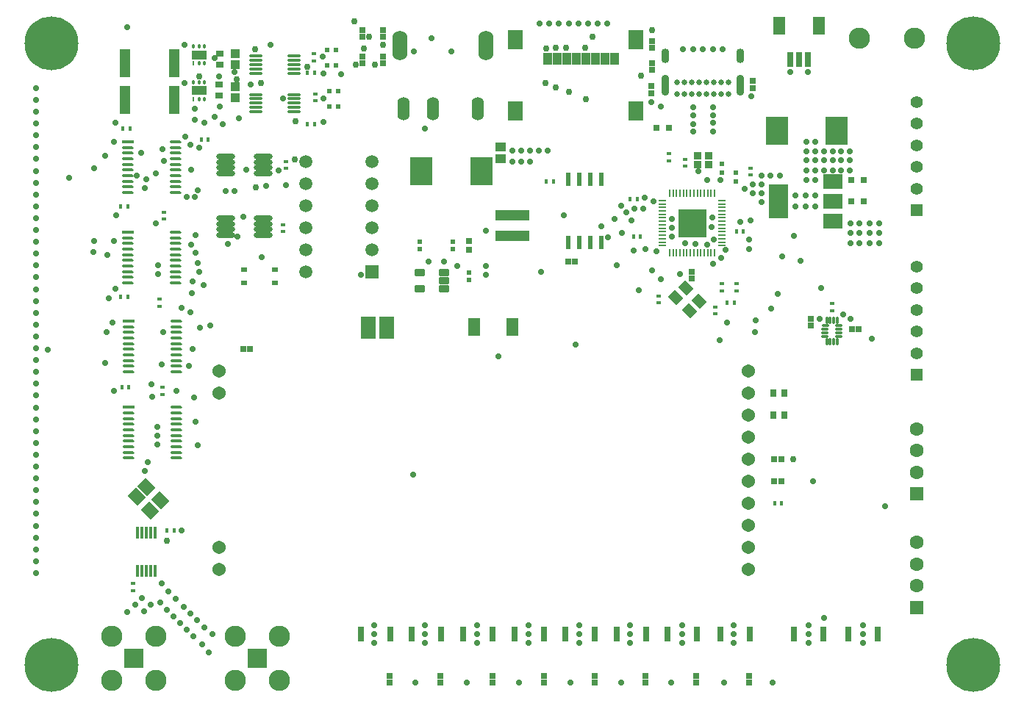
<source format=gts>
G04*
G04 #@! TF.GenerationSoftware,Altium Limited,Altium Designer,25.4.2 (15)*
G04*
G04 Layer_Color=8388736*
%FSLAX44Y44*%
%MOMM*%
G71*
G04*
G04 #@! TF.SameCoordinates,F718CCC6-B2C0-4064-A14D-7761564938EA*
G04*
G04*
G04 #@! TF.FilePolarity,Negative*
G04*
G01*
G75*
%ADD21R,0.8000X0.5000*%
%ADD22R,0.8121X0.7587*%
%ADD26R,0.7587X0.8121*%
%ADD29R,0.4000X0.5000*%
%ADD30R,0.5000X0.4000*%
%ADD34R,1.4000X2.1000*%
%ADD35R,0.6725X0.7154*%
%ADD36R,1.7029X2.6062*%
%ADD37R,0.5725X0.5682*%
%ADD38R,0.5725X0.6153*%
%ADD41R,2.5000X3.3000*%
%ADD42R,1.1546X3.2082*%
%ADD43R,0.5000X0.5000*%
%ADD44R,0.8000X1.7000*%
G04:AMPARAMS|DCode=46|XSize=1.3554mm|YSize=0.3408mm|CornerRadius=0.1704mm|HoleSize=0mm|Usage=FLASHONLY|Rotation=0.000|XOffset=0mm|YOffset=0mm|HoleType=Round|Shape=RoundedRectangle|*
%AMROUNDEDRECTD46*
21,1,1.3554,0.0000,0,0,0.0*
21,1,1.0147,0.3408,0,0,0.0*
1,1,0.3408,0.5073,0.0000*
1,1,0.3408,-0.5073,0.0000*
1,1,0.3408,-0.5073,0.0000*
1,1,0.3408,0.5073,0.0000*
%
%ADD46ROUNDEDRECTD46*%
%ADD47R,1.3554X0.3408*%
%ADD48R,0.4750X0.5000*%
G04:AMPARAMS|DCode=49|XSize=0.5561mm|YSize=0.2925mm|CornerRadius=0.1462mm|HoleSize=0mm|Usage=FLASHONLY|Rotation=90.000|XOffset=0mm|YOffset=0mm|HoleType=Round|Shape=RoundedRectangle|*
%AMROUNDEDRECTD49*
21,1,0.5561,0.0000,0,0,90.0*
21,1,0.2636,0.2925,0,0,90.0*
1,1,0.2925,0.0000,0.1318*
1,1,0.2925,0.0000,-0.1318*
1,1,0.2925,0.0000,-0.1318*
1,1,0.2925,0.0000,0.1318*
%
%ADD49ROUNDEDRECTD49*%
%ADD50R,0.2925X0.5561*%
G04:AMPARAMS|DCode=51|XSize=1.45mm|YSize=0.3mm|CornerRadius=0.0495mm|HoleSize=0mm|Usage=FLASHONLY|Rotation=0.000|XOffset=0mm|YOffset=0mm|HoleType=Round|Shape=RoundedRectangle|*
%AMROUNDEDRECTD51*
21,1,1.4500,0.2010,0,0,0.0*
21,1,1.3510,0.3000,0,0,0.0*
1,1,0.0990,0.6755,-0.1005*
1,1,0.0990,-0.6755,-0.1005*
1,1,0.0990,-0.6755,0.1005*
1,1,0.0990,0.6755,0.1005*
%
%ADD51ROUNDEDRECTD51*%
%ADD60R,0.1778X0.8128*%
%ADD61R,0.8128X0.1778*%
%ADD62R,0.3000X1.4000*%
%ADD65R,0.7000X0.7000*%
G04:AMPARAMS|DCode=66|XSize=1.1mm|YSize=1.4mm|CornerRadius=0mm|HoleSize=0mm|Usage=FLASHONLY|Rotation=225.000|XOffset=0mm|YOffset=0mm|HoleType=Round|Shape=Rectangle|*
%AMROTATEDRECTD66*
4,1,4,-0.1061,0.8839,0.8839,-0.1061,0.1061,-0.8839,-0.8839,0.1061,-0.1061,0.8839,0.0*
%
%ADD66ROTATEDRECTD66*%

%ADD67R,0.5334X1.5240*%
%ADD68R,0.7532X0.8032*%
%ADD69R,1.4032X2.0032*%
%ADD70R,0.8032X1.7532*%
%ADD71R,0.6532X0.7032*%
%ADD72R,0.7032X0.6532*%
%ADD73R,3.9032X1.1832*%
%ADD74R,0.8532X0.8532*%
%ADD75R,0.6532X0.6532*%
%ADD76R,1.2032X1.1032*%
%ADD77R,1.1032X1.0032*%
%ADD78O,2.2032X0.6532*%
%ADD79R,1.7000X1.1000*%
%ADD80R,2.2032X4.0032*%
%ADD81R,2.2032X1.7032*%
G04:AMPARAMS|DCode=82|XSize=0.8032mm|YSize=1.2032mm|CornerRadius=0.1526mm|HoleSize=0mm|Usage=FLASHONLY|Rotation=270.000|XOffset=0mm|YOffset=0mm|HoleType=Round|Shape=RoundedRectangle|*
%AMROUNDEDRECTD82*
21,1,0.8032,0.8980,0,0,270.0*
21,1,0.4980,1.2032,0,0,270.0*
1,1,0.3052,-0.4490,-0.2490*
1,1,0.3052,-0.4490,0.2490*
1,1,0.3052,0.4490,0.2490*
1,1,0.3052,0.4490,-0.2490*
%
%ADD82ROUNDEDRECTD82*%
G04:AMPARAMS|DCode=83|XSize=0.4032mm|YSize=0.9032mm|CornerRadius=0.1516mm|HoleSize=0mm|Usage=FLASHONLY|Rotation=90.000|XOffset=0mm|YOffset=0mm|HoleType=Round|Shape=RoundedRectangle|*
%AMROUNDEDRECTD83*
21,1,0.4032,0.6000,0,0,90.0*
21,1,0.1000,0.9032,0,0,90.0*
1,1,0.3032,0.3000,0.0500*
1,1,0.3032,0.3000,-0.0500*
1,1,0.3032,-0.3000,-0.0500*
1,1,0.3032,-0.3000,0.0500*
%
%ADD83ROUNDEDRECTD83*%
G04:AMPARAMS|DCode=84|XSize=0.4032mm|YSize=0.8032mm|CornerRadius=0.1516mm|HoleSize=0mm|Usage=FLASHONLY|Rotation=90.000|XOffset=0mm|YOffset=0mm|HoleType=Round|Shape=RoundedRectangle|*
%AMROUNDEDRECTD84*
21,1,0.4032,0.5000,0,0,90.0*
21,1,0.1000,0.8032,0,0,90.0*
1,1,0.3032,0.2500,0.0500*
1,1,0.3032,0.2500,-0.0500*
1,1,0.3032,-0.2500,-0.0500*
1,1,0.3032,-0.2500,0.0500*
%
%ADD84ROUNDEDRECTD84*%
G04:AMPARAMS|DCode=85|XSize=0.4032mm|YSize=0.8032mm|CornerRadius=0.1516mm|HoleSize=0mm|Usage=FLASHONLY|Rotation=0.000|XOffset=0mm|YOffset=0mm|HoleType=Round|Shape=RoundedRectangle|*
%AMROUNDEDRECTD85*
21,1,0.4032,0.5000,0,0,0.0*
21,1,0.1000,0.8032,0,0,0.0*
1,1,0.3032,0.0500,-0.2500*
1,1,0.3032,-0.0500,-0.2500*
1,1,0.3032,-0.0500,0.2500*
1,1,0.3032,0.0500,0.2500*
%
%ADD85ROUNDEDRECTD85*%
%ADD86R,1.0032X1.4032*%
%ADD87R,1.7032X2.2032*%
%ADD88R,3.2004X3.2004*%
G04:AMPARAMS|DCode=89|XSize=1.4032mm|YSize=1.6032mm|CornerRadius=0mm|HoleSize=0mm|Usage=FLASHONLY|Rotation=225.000|XOffset=0mm|YOffset=0mm|HoleType=Round|Shape=Rectangle|*
%AMROTATEDRECTD89*
4,1,4,-0.0707,1.0629,1.0629,-0.0707,0.0707,-1.0629,-1.0629,0.0707,-0.0707,1.0629,0.0*
%
%ADD89ROTATEDRECTD89*%

%ADD90R,0.8032X0.7532*%
%ADD91C,1.4000*%
%ADD92R,1.4000X1.4000*%
%ADD93C,1.6032*%
%ADD94R,1.6032X1.6032*%
%ADD95C,0.6500*%
G04:AMPARAMS|DCode=96|XSize=0.9mm|YSize=2.4mm|CornerRadius=0.45mm|HoleSize=0mm|Usage=FLASHONLY|Rotation=180.000|XOffset=0mm|YOffset=0mm|HoleType=Round|Shape=RoundedRectangle|*
%AMROUNDEDRECTD96*
21,1,0.9000,1.5000,0,0,180.0*
21,1,0.0000,2.4000,0,0,180.0*
1,1,0.9000,0.0000,0.7500*
1,1,0.9000,0.0000,0.7500*
1,1,0.9000,0.0000,-0.7500*
1,1,0.9000,0.0000,-0.7500*
%
%ADD96ROUNDEDRECTD96*%
G04:AMPARAMS|DCode=97|XSize=0.9mm|YSize=1.7mm|CornerRadius=0.45mm|HoleSize=0mm|Usage=FLASHONLY|Rotation=180.000|XOffset=0mm|YOffset=0mm|HoleType=Round|Shape=RoundedRectangle|*
%AMROUNDEDRECTD97*
21,1,0.9000,0.8000,0,0,180.0*
21,1,0.0000,1.7000,0,0,180.0*
1,1,0.9000,0.0000,0.4000*
1,1,0.9000,0.0000,0.4000*
1,1,0.9000,0.0000,-0.4000*
1,1,0.9000,0.0000,-0.4000*
%
%ADD97ROUNDEDRECTD97*%
%ADD98O,1.4080X2.7160*%
%ADD99O,1.7600X3.4200*%
%ADD100C,2.4500*%
%ADD101R,2.3000X2.3000*%
%ADD102C,6.2032*%
%ADD103C,1.5112*%
%ADD104R,1.5112X1.5112*%
%ADD105C,1.5402*%
%ADD106C,0.7032*%
%ADD107C,0.7532*%
D21*
X290830Y488830D02*
D03*
Y473830D02*
D03*
X255270Y488830D02*
D03*
Y473830D02*
D03*
D22*
X227330Y737787D02*
D03*
Y725253D02*
D03*
X226060Y702227D02*
D03*
Y689693D02*
D03*
D26*
X877487Y321310D02*
D03*
X864953D02*
D03*
X877487Y346710D02*
D03*
X864953D02*
D03*
D29*
X174180Y187960D02*
D03*
X166180D02*
D03*
X115380Y651510D02*
D03*
X123380D02*
D03*
X114110Y353060D02*
D03*
X122110D02*
D03*
X213550Y638810D02*
D03*
X205550D02*
D03*
X336211Y715368D02*
D03*
X328211D02*
D03*
X112840Y561340D02*
D03*
X120840D02*
D03*
X112840Y457200D02*
D03*
X120840D02*
D03*
X336211Y656206D02*
D03*
X328211D02*
D03*
X811340Y450838D02*
D03*
X819340D02*
D03*
X822166Y532544D02*
D03*
X830166D02*
D03*
X707580Y570230D02*
D03*
X699580D02*
D03*
X711390Y527050D02*
D03*
X703390D02*
D03*
X873950Y219710D02*
D03*
X865950D02*
D03*
X611060Y590550D02*
D03*
X603060D02*
D03*
D30*
X127000Y119190D02*
D03*
Y127190D02*
D03*
X797560Y445960D02*
D03*
Y437960D02*
D03*
X732350Y458480D02*
D03*
Y450481D02*
D03*
X932180Y449770D02*
D03*
Y441770D02*
D03*
X162560Y555180D02*
D03*
Y547180D02*
D03*
X335748Y729383D02*
D03*
Y737383D02*
D03*
X161290Y353250D02*
D03*
Y345250D02*
D03*
X303530Y605600D02*
D03*
Y613600D02*
D03*
X300260Y532858D02*
D03*
Y540858D02*
D03*
X157480Y454850D02*
D03*
Y446850D02*
D03*
X337018Y683292D02*
D03*
Y691292D02*
D03*
X838200Y597980D02*
D03*
Y605980D02*
D03*
X744728Y614490D02*
D03*
Y622490D02*
D03*
X763182Y608140D02*
D03*
Y616140D02*
D03*
X805180Y472630D02*
D03*
Y464630D02*
D03*
X822223Y472630D02*
D03*
Y464630D02*
D03*
D34*
X520290Y422910D02*
D03*
X564290D02*
D03*
D35*
X514350Y521676D02*
D03*
Y512104D02*
D03*
D36*
X398434Y421640D02*
D03*
X419446D02*
D03*
D37*
X514350Y485852D02*
D03*
Y476809D02*
D03*
X457200Y521412D02*
D03*
Y512369D02*
D03*
D38*
X495300Y521176D02*
D03*
Y512604D02*
D03*
D41*
X868470Y648970D02*
D03*
X937470D02*
D03*
X459162Y601980D02*
D03*
X528162D02*
D03*
D42*
X174558Y684530D02*
D03*
X117542D02*
D03*
X174558Y726440D02*
D03*
X117542D02*
D03*
D43*
X821690Y590630D02*
D03*
Y600630D02*
D03*
X805185Y610790D02*
D03*
Y600790D02*
D03*
D44*
X837420Y68580D02*
D03*
X803420D02*
D03*
X776460D02*
D03*
X742460D02*
D03*
X718181D02*
D03*
X684181D02*
D03*
X659197D02*
D03*
X625197D02*
D03*
X600212D02*
D03*
X566212D02*
D03*
X541228D02*
D03*
X507228D02*
D03*
X482243D02*
D03*
X448243D02*
D03*
X423259D02*
D03*
X389259D02*
D03*
X950740D02*
D03*
X984740D02*
D03*
X922510D02*
D03*
X888510D02*
D03*
D46*
X177428Y429710D02*
D03*
Y423210D02*
D03*
Y416710D02*
D03*
Y410210D02*
D03*
Y403710D02*
D03*
Y397210D02*
D03*
Y390710D02*
D03*
Y384210D02*
D03*
Y377710D02*
D03*
Y371210D02*
D03*
X121920D02*
D03*
Y377710D02*
D03*
Y384210D02*
D03*
Y390710D02*
D03*
Y397210D02*
D03*
Y403710D02*
D03*
Y410210D02*
D03*
Y416710D02*
D03*
Y423210D02*
D03*
X177428Y330350D02*
D03*
Y323850D02*
D03*
Y317350D02*
D03*
Y310850D02*
D03*
Y304350D02*
D03*
Y297850D02*
D03*
Y291350D02*
D03*
Y284850D02*
D03*
Y278350D02*
D03*
Y271850D02*
D03*
X121920D02*
D03*
Y278350D02*
D03*
Y284850D02*
D03*
Y291350D02*
D03*
Y297850D02*
D03*
Y304350D02*
D03*
Y310850D02*
D03*
Y317350D02*
D03*
Y323850D02*
D03*
X176344Y532170D02*
D03*
Y525670D02*
D03*
Y519170D02*
D03*
Y512670D02*
D03*
Y506170D02*
D03*
Y499670D02*
D03*
Y493170D02*
D03*
Y486670D02*
D03*
Y480170D02*
D03*
Y473670D02*
D03*
X120836D02*
D03*
Y480170D02*
D03*
Y486670D02*
D03*
Y493170D02*
D03*
Y499670D02*
D03*
Y506170D02*
D03*
Y512670D02*
D03*
Y519170D02*
D03*
Y525670D02*
D03*
X176344Y636310D02*
D03*
Y629810D02*
D03*
Y623310D02*
D03*
Y616810D02*
D03*
Y610310D02*
D03*
Y603810D02*
D03*
Y597310D02*
D03*
Y590810D02*
D03*
Y584310D02*
D03*
Y577810D02*
D03*
X120836D02*
D03*
Y584310D02*
D03*
Y590810D02*
D03*
Y597310D02*
D03*
Y603810D02*
D03*
Y610310D02*
D03*
Y616810D02*
D03*
Y623310D02*
D03*
Y629810D02*
D03*
D47*
X121920Y429710D02*
D03*
Y330350D02*
D03*
X120836Y532170D02*
D03*
Y636310D02*
D03*
D48*
X350475Y724638D02*
D03*
X360726D02*
D03*
X350475Y741680D02*
D03*
X360726D02*
D03*
X353014Y676910D02*
D03*
X363265D02*
D03*
X353014Y694690D02*
D03*
X363265D02*
D03*
D49*
X196700Y704850D02*
D03*
X203200D02*
D03*
X209700D02*
D03*
Y685289D02*
D03*
X203200D02*
D03*
X196700Y746001D02*
D03*
X203200D02*
D03*
X209700D02*
D03*
Y726440D02*
D03*
X203200D02*
D03*
D50*
X196700Y685289D02*
D03*
Y726440D02*
D03*
D51*
X312418Y735170D02*
D03*
Y730170D02*
D03*
Y725170D02*
D03*
Y720170D02*
D03*
Y715170D02*
D03*
X268419D02*
D03*
Y720170D02*
D03*
Y725170D02*
D03*
Y730170D02*
D03*
Y735170D02*
D03*
X312418Y690720D02*
D03*
Y685720D02*
D03*
Y680720D02*
D03*
Y675720D02*
D03*
Y670720D02*
D03*
X268419D02*
D03*
Y675720D02*
D03*
Y680720D02*
D03*
Y685720D02*
D03*
Y690720D02*
D03*
D60*
X745050Y576580D02*
D03*
X749050D02*
D03*
X753050D02*
D03*
X757050D02*
D03*
X761050D02*
D03*
X765050D02*
D03*
X769050D02*
D03*
X773050D02*
D03*
X777050D02*
D03*
X781050D02*
D03*
X785050D02*
D03*
X789050D02*
D03*
X793050D02*
D03*
X797050D02*
D03*
Y508508D02*
D03*
X793050D02*
D03*
X789050D02*
D03*
X785050D02*
D03*
X781050D02*
D03*
X777050D02*
D03*
X773050D02*
D03*
X769050D02*
D03*
X765050D02*
D03*
X757050D02*
D03*
X753050D02*
D03*
X749050D02*
D03*
X745050D02*
D03*
X761050D02*
D03*
D61*
X805086Y568544D02*
D03*
Y564544D02*
D03*
Y560544D02*
D03*
Y556544D02*
D03*
Y552544D02*
D03*
Y548544D02*
D03*
Y544544D02*
D03*
Y540544D02*
D03*
Y536544D02*
D03*
Y532544D02*
D03*
Y528544D02*
D03*
Y524544D02*
D03*
Y520544D02*
D03*
Y516544D02*
D03*
X737014D02*
D03*
Y520544D02*
D03*
Y524544D02*
D03*
Y528544D02*
D03*
Y532544D02*
D03*
Y536544D02*
D03*
Y540544D02*
D03*
Y544544D02*
D03*
Y548544D02*
D03*
Y552544D02*
D03*
Y556544D02*
D03*
Y560544D02*
D03*
Y564544D02*
D03*
Y568544D02*
D03*
D62*
X152240Y141830D02*
D03*
X147240D02*
D03*
X142240D02*
D03*
X137240D02*
D03*
X132240D02*
D03*
Y185830D02*
D03*
X137240D02*
D03*
X142240D02*
D03*
X147240D02*
D03*
X152240D02*
D03*
D65*
X744344Y652066D02*
D03*
X730344D02*
D03*
X954390Y567690D02*
D03*
X968390D02*
D03*
X954390Y591820D02*
D03*
X968390D02*
D03*
D66*
X763689Y468095D02*
D03*
X767931Y441225D02*
D03*
X752375Y456781D02*
D03*
X779245Y452539D02*
D03*
D67*
X628650Y519811D02*
D03*
X641350D02*
D03*
X654050D02*
D03*
X666750Y592709D02*
D03*
X654050D02*
D03*
X641350D02*
D03*
X628650D02*
D03*
X666750Y519811D02*
D03*
D68*
X723900Y700210D02*
D03*
Y691710D02*
D03*
X840740Y706560D02*
D03*
Y698060D02*
D03*
D69*
X917080Y769900D02*
D03*
X871080D02*
D03*
D70*
X884080Y731150D02*
D03*
X894080D02*
D03*
X904080D02*
D03*
D71*
X391160Y726500D02*
D03*
Y734000D02*
D03*
Y756980D02*
D03*
Y764480D02*
D03*
X415290Y756980D02*
D03*
Y764480D02*
D03*
Y726500D02*
D03*
Y734000D02*
D03*
X725170Y726380D02*
D03*
Y718880D02*
D03*
X724916Y744788D02*
D03*
Y752288D02*
D03*
X908050Y431740D02*
D03*
Y424240D02*
D03*
X836930Y20260D02*
D03*
Y12760D02*
D03*
X775970Y20260D02*
D03*
Y12760D02*
D03*
X717550Y20260D02*
D03*
Y12760D02*
D03*
X659130Y20260D02*
D03*
Y12760D02*
D03*
X600710Y20260D02*
D03*
Y12760D02*
D03*
X541020Y20260D02*
D03*
Y12760D02*
D03*
X481330Y20260D02*
D03*
Y12760D02*
D03*
X422910Y20260D02*
D03*
Y12760D02*
D03*
X770890Y478850D02*
D03*
Y486350D02*
D03*
D72*
X955100Y420370D02*
D03*
X962600D02*
D03*
X636210Y497840D02*
D03*
X628710D02*
D03*
D73*
X563880Y551600D02*
D03*
Y527900D02*
D03*
D74*
X777240Y609680D02*
D03*
Y619680D02*
D03*
X789940Y609680D02*
D03*
Y619680D02*
D03*
D75*
X262000Y397510D02*
D03*
X254000D02*
D03*
D76*
X550285Y616820D02*
D03*
Y630320D02*
D03*
D77*
X245110Y699670D02*
D03*
Y687170D02*
D03*
Y737770D02*
D03*
Y725270D02*
D03*
D78*
X276770Y599850D02*
D03*
Y606350D02*
D03*
Y612850D02*
D03*
Y619350D02*
D03*
X233770Y599850D02*
D03*
Y606350D02*
D03*
Y612850D02*
D03*
Y619350D02*
D03*
X276770Y528730D02*
D03*
Y535230D02*
D03*
Y541730D02*
D03*
Y548230D02*
D03*
X233770Y528730D02*
D03*
Y535230D02*
D03*
Y541730D02*
D03*
Y548230D02*
D03*
D79*
X203200Y695070D02*
D03*
Y736220D02*
D03*
D80*
X870450Y567550D02*
D03*
D81*
X933450Y590550D02*
D03*
Y567550D02*
D03*
Y544550D02*
D03*
D82*
X457420Y466750D02*
D03*
Y485750D02*
D03*
X484920D02*
D03*
Y476250D02*
D03*
Y466750D02*
D03*
D83*
X924560Y424180D02*
D03*
D84*
X924060Y420180D02*
D03*
Y416180D02*
D03*
Y412180D02*
D03*
X940060D02*
D03*
Y416180D02*
D03*
Y420180D02*
D03*
Y424180D02*
D03*
D85*
X926060Y406180D02*
D03*
X930060D02*
D03*
X934060D02*
D03*
X938060D02*
D03*
Y430180D02*
D03*
X934060D02*
D03*
X930060D02*
D03*
X926060D02*
D03*
D86*
X681560Y731520D02*
D03*
X670560D02*
D03*
X648560D02*
D03*
X637560D02*
D03*
X626560D02*
D03*
X615560D02*
D03*
X604560D02*
D03*
X659560D02*
D03*
D87*
X706260Y753520D02*
D03*
Y671520D02*
D03*
X567360D02*
D03*
Y753520D02*
D03*
D88*
X771050Y542544D02*
D03*
D89*
X158215Y222669D02*
D03*
X142659Y238225D02*
D03*
X131345Y226911D02*
D03*
X146901Y211355D02*
D03*
D90*
X874200Y245110D02*
D03*
X865700D02*
D03*
X874200Y270510D02*
D03*
X865700D02*
D03*
D91*
X1029970Y682060D02*
D03*
Y657060D02*
D03*
Y632060D02*
D03*
Y607060D02*
D03*
Y582060D02*
D03*
Y492430D02*
D03*
Y467430D02*
D03*
Y442430D02*
D03*
Y417430D02*
D03*
Y392430D02*
D03*
D92*
Y557060D02*
D03*
Y367430D02*
D03*
D93*
X1029970Y305270D02*
D03*
Y255270D02*
D03*
Y280270D02*
D03*
Y174460D02*
D03*
Y124460D02*
D03*
Y149460D02*
D03*
D94*
Y230270D02*
D03*
Y99460D02*
D03*
D95*
X813340Y704770D02*
D03*
X804840D02*
D03*
X796340D02*
D03*
X787840D02*
D03*
X779340D02*
D03*
X770840D02*
D03*
X762340D02*
D03*
X753840D02*
D03*
Y691270D02*
D03*
X762340D02*
D03*
X770840D02*
D03*
X779340D02*
D03*
X787840D02*
D03*
X796340D02*
D03*
X804840D02*
D03*
X813340D02*
D03*
D96*
X740340Y701070D02*
D03*
X826840D02*
D03*
D97*
X740340Y734870D02*
D03*
X826840D02*
D03*
D98*
X472370Y674323D02*
D03*
X524370D02*
D03*
X438370D02*
D03*
D99*
X533370Y747322D02*
D03*
X434370D02*
D03*
D100*
X102770Y15140D02*
D03*
Y66140D02*
D03*
X153770Y15140D02*
D03*
Y66140D02*
D03*
X245010Y15140D02*
D03*
Y66140D02*
D03*
X296010Y15140D02*
D03*
Y66140D02*
D03*
X1027430Y755650D02*
D03*
X963930D02*
D03*
D101*
X128270Y40640D02*
D03*
X270510D02*
D03*
D102*
X33020Y749300D02*
D03*
X1094740D02*
D03*
X33020Y33020D02*
D03*
X1094740D02*
D03*
D103*
X326390Y613410D02*
D03*
X402590D02*
D03*
X326390Y588010D02*
D03*
X402590D02*
D03*
X326390Y562610D02*
D03*
X402590D02*
D03*
Y537210D02*
D03*
X326390D02*
D03*
Y511810D02*
D03*
X402590D02*
D03*
X326390Y486410D02*
D03*
D104*
X402590D02*
D03*
D105*
X835660Y194310D02*
D03*
Y219710D02*
D03*
Y245110D02*
D03*
Y270510D02*
D03*
Y295910D02*
D03*
Y321310D02*
D03*
Y346710D02*
D03*
X226060Y372110D02*
D03*
Y346710D02*
D03*
Y143510D02*
D03*
Y168910D02*
D03*
X835660Y372110D02*
D03*
Y168910D02*
D03*
Y143510D02*
D03*
D106*
X781050Y546100D02*
D03*
Y538480D02*
D03*
X760730Y553720D02*
D03*
Y546100D02*
D03*
X768350D02*
D03*
Y538480D02*
D03*
X781050Y530860D02*
D03*
X793496Y538016D02*
D03*
X768350Y530860D02*
D03*
X760730D02*
D03*
Y538480D02*
D03*
X748030Y537210D02*
D03*
X257590Y603649D02*
D03*
X302955Y586165D02*
D03*
X804781Y502357D02*
D03*
X226060Y711200D02*
D03*
X186690Y748030D02*
D03*
X243840Y716280D02*
D03*
X262890Y702310D02*
D03*
X220980Y732790D02*
D03*
X452120Y12700D02*
D03*
X511810D02*
D03*
X571500D02*
D03*
X631190D02*
D03*
X689610D02*
D03*
X746760D02*
D03*
X807720D02*
D03*
X863600D02*
D03*
X155154Y287020D02*
D03*
Y297180D02*
D03*
Y307340D02*
D03*
X140970Y256540D02*
D03*
X144212Y267268D02*
D03*
X467360Y497840D02*
D03*
X606697Y772160D02*
D03*
X617764D02*
D03*
X471170Y755650D02*
D03*
X494030Y740410D02*
D03*
X253973Y549415D02*
D03*
X574040Y626110D02*
D03*
X563880D02*
D03*
X584200D02*
D03*
X604520D02*
D03*
X594360D02*
D03*
X803333Y592083D02*
D03*
X772160Y666750D02*
D03*
Y675640D02*
D03*
X795020D02*
D03*
Y666750D02*
D03*
Y647700D02*
D03*
Y657860D02*
D03*
X772160Y656590D02*
D03*
Y647700D02*
D03*
X794258Y548640D02*
D03*
X684530Y494030D02*
D03*
X831850Y581660D02*
D03*
X182880Y187960D02*
D03*
X120650Y93980D02*
D03*
X129540Y102870D02*
D03*
X137160Y110490D02*
D03*
X139700Y95250D02*
D03*
X147320Y102870D02*
D03*
X160020Y127000D02*
D03*
X167640Y118110D02*
D03*
X158067Y105287D02*
D03*
X176530Y109220D02*
D03*
X214443Y48107D02*
D03*
X207010Y57150D02*
D03*
X189230Y73660D02*
D03*
X181610Y81280D02*
D03*
X173990Y88900D02*
D03*
X166370Y96520D02*
D03*
X218440Y68580D02*
D03*
X209550Y76200D02*
D03*
X280670Y585470D02*
D03*
X275590Y502920D02*
D03*
X285750Y748030D02*
D03*
X726948Y567309D02*
D03*
X153416Y542036D02*
D03*
X953770Y431800D02*
D03*
X247650Y527304D02*
D03*
X716280Y571754D02*
D03*
X923290Y87630D02*
D03*
X905510Y78740D02*
D03*
Y68580D02*
D03*
X196850Y66040D02*
D03*
X200660Y85090D02*
D03*
X193040Y92710D02*
D03*
X185420Y100330D02*
D03*
X902970Y591820D02*
D03*
X913130D02*
D03*
X902710Y625290D02*
D03*
X912870D02*
D03*
X933027Y624840D02*
D03*
X923290D02*
D03*
X942763D02*
D03*
X952500D02*
D03*
X923290Y614680D02*
D03*
X942763D02*
D03*
X933027D02*
D03*
X913130D02*
D03*
X902970D02*
D03*
X952500D02*
D03*
X574040Y613410D02*
D03*
X563880D02*
D03*
X584200D02*
D03*
X952500Y603250D02*
D03*
X902970D02*
D03*
X913130D02*
D03*
X933027D02*
D03*
X942763D02*
D03*
X923290D02*
D03*
X902970Y636270D02*
D03*
X913130D02*
D03*
X189230Y572770D02*
D03*
X198120D02*
D03*
X244039Y579057D02*
D03*
X233680Y579120D02*
D03*
X895814Y498646D02*
D03*
X748030Y547370D02*
D03*
X120650Y768350D02*
D03*
X367030Y713740D02*
D03*
X838160Y545990D02*
D03*
X826814Y544278D02*
D03*
X874978Y504138D02*
D03*
X862076Y444246D02*
D03*
X140970Y582930D02*
D03*
X142621Y592836D02*
D03*
X162624Y614362D02*
D03*
X187442Y642437D02*
D03*
X844550Y430530D02*
D03*
X95250Y619760D02*
D03*
X201716Y580390D02*
D03*
X193881Y603810D02*
D03*
X199390Y508000D02*
D03*
X201789Y496356D02*
D03*
X194310Y517442D02*
D03*
X724548Y487680D02*
D03*
X709930Y464820D02*
D03*
X717377Y512774D02*
D03*
X177428Y348878D02*
D03*
X636488Y402273D02*
D03*
X203607Y629692D02*
D03*
X533400Y533400D02*
D03*
X674370Y525780D02*
D03*
X294722Y603464D02*
D03*
X681990Y547370D02*
D03*
X701040Y545500D02*
D03*
X690533Y531099D02*
D03*
X795334Y495947D02*
D03*
X913130Y574040D02*
D03*
X901700D02*
D03*
X913130Y561340D02*
D03*
X901700D02*
D03*
X890270D02*
D03*
X850900Y566420D02*
D03*
X156210Y483870D02*
D03*
Y494030D02*
D03*
X405130Y78740D02*
D03*
Y58420D02*
D03*
Y68580D02*
D03*
X463550Y78740D02*
D03*
Y58420D02*
D03*
Y68580D02*
D03*
X523240Y78740D02*
D03*
Y58420D02*
D03*
Y68580D02*
D03*
X582930Y78740D02*
D03*
Y58420D02*
D03*
Y68580D02*
D03*
X641350Y78740D02*
D03*
Y58420D02*
D03*
Y68580D02*
D03*
X699770Y78740D02*
D03*
Y58420D02*
D03*
Y68580D02*
D03*
X759460Y78740D02*
D03*
Y58420D02*
D03*
Y68580D02*
D03*
X967740Y78740D02*
D03*
Y58420D02*
D03*
Y68580D02*
D03*
X905510Y58420D02*
D03*
X204470Y421640D02*
D03*
X105333Y521593D02*
D03*
X81280Y509270D02*
D03*
X194546Y462133D02*
D03*
X161330Y627723D02*
D03*
X193040Y633017D02*
D03*
X197906Y674150D02*
D03*
X203200Y486410D02*
D03*
X918210Y431800D02*
D03*
X774700Y518454D02*
D03*
X763270Y519430D02*
D03*
X748030Y527050D02*
D03*
X811530Y427990D02*
D03*
X227330Y676910D02*
D03*
X346710Y685800D02*
D03*
X345440Y734060D02*
D03*
X106625Y466792D02*
D03*
X836930Y523240D02*
D03*
X836426Y512612D02*
D03*
X195580Y474980D02*
D03*
X199350Y528868D02*
D03*
X236220Y518160D02*
D03*
X869950Y461010D02*
D03*
X704850Y558800D02*
D03*
X695408Y554990D02*
D03*
X689610Y562610D02*
D03*
X861060Y596900D02*
D03*
X840740Y576580D02*
D03*
Y586740D02*
D03*
X850900Y576580D02*
D03*
Y586740D02*
D03*
Y596900D02*
D03*
X872490D02*
D03*
X99060Y455930D02*
D03*
X843280Y416560D02*
D03*
X919480Y467360D02*
D03*
X149031Y342126D02*
D03*
X623570Y551180D02*
D03*
X666750Y538480D02*
D03*
X788225Y517652D02*
D03*
X15767Y548131D02*
D03*
Y452727D02*
D03*
Y575390D02*
D03*
Y561761D02*
D03*
Y439097D02*
D03*
Y398209D02*
D03*
Y384580D02*
D03*
Y425468D02*
D03*
Y411839D02*
D03*
Y670795D02*
D03*
Y657166D02*
D03*
Y698054D02*
D03*
Y684424D02*
D03*
Y643537D02*
D03*
Y602649D02*
D03*
Y589019D02*
D03*
Y629907D02*
D03*
Y616278D02*
D03*
Y248288D02*
D03*
Y234658D02*
D03*
Y221029D02*
D03*
Y289175D02*
D03*
Y275546D02*
D03*
Y261917D02*
D03*
Y166512D02*
D03*
Y152883D02*
D03*
Y207400D02*
D03*
Y193771D02*
D03*
Y180141D02*
D03*
Y330063D02*
D03*
Y316434D02*
D03*
Y302805D02*
D03*
Y370951D02*
D03*
Y357322D02*
D03*
Y343693D02*
D03*
Y466356D02*
D03*
Y520873D02*
D03*
Y534502D02*
D03*
Y507244D02*
D03*
Y479985D02*
D03*
Y493615D02*
D03*
Y139254D02*
D03*
X95250Y381000D02*
D03*
X193040Y439420D02*
D03*
X215900Y424180D02*
D03*
X195580Y397510D02*
D03*
X389890Y482600D02*
D03*
X806450Y742950D02*
D03*
X795020D02*
D03*
X783590D02*
D03*
X772160D02*
D03*
X760730D02*
D03*
X595630Y772160D02*
D03*
X628831D02*
D03*
X639899D02*
D03*
X650966D02*
D03*
X662033D02*
D03*
X450850Y740410D02*
D03*
X201504Y286176D02*
D03*
X449580Y252730D02*
D03*
X735330Y676910D02*
D03*
X463550Y651510D02*
D03*
X230759Y656804D02*
D03*
X904240Y716280D02*
D03*
X986790Y519430D02*
D03*
X975360D02*
D03*
X986790Y530860D02*
D03*
X963930Y519430D02*
D03*
X986790Y542290D02*
D03*
X975360Y530860D02*
D03*
X953770Y519430D02*
D03*
X888402Y527722D02*
D03*
X883920Y716280D02*
D03*
X795782Y523200D02*
D03*
X975360Y542290D02*
D03*
X963930Y530860D02*
D03*
Y542290D02*
D03*
X953770Y530860D02*
D03*
Y542290D02*
D03*
X105410Y636270D02*
D03*
X533400Y482600D02*
D03*
Y492760D02*
D03*
X485140Y497840D02*
D03*
X500380Y492760D02*
D03*
X819150Y68580D02*
D03*
Y58420D02*
D03*
Y78740D02*
D03*
X160020Y379730D02*
D03*
X105410Y349250D02*
D03*
X148590Y356870D02*
D03*
X248920Y662940D02*
D03*
X209550Y657860D02*
D03*
X186690Y703580D02*
D03*
X673100Y772160D02*
D03*
X596900Y486410D02*
D03*
X910590Y245110D02*
D03*
X977900Y408940D02*
D03*
X890270Y574040D02*
D03*
X346710Y715010D02*
D03*
X299720Y685800D02*
D03*
X346710Y659130D02*
D03*
X106680Y657860D02*
D03*
X107950Y551180D02*
D03*
X182880Y444500D02*
D03*
X198628Y661162D02*
D03*
X548230Y388620D02*
D03*
X715010Y558800D02*
D03*
X136873Y623310D02*
D03*
X992886Y215900D02*
D03*
X131318Y597310D02*
D03*
X730250Y509983D02*
D03*
X97917Y506170D02*
D03*
X735375Y477475D02*
D03*
X757050Y484041D02*
D03*
X208280Y471170D02*
D03*
X809244Y512064D02*
D03*
X802894Y407924D02*
D03*
X198720Y313690D02*
D03*
X723900Y681990D02*
D03*
X220853Y665028D02*
D03*
X28702Y396875D02*
D03*
X161590Y416710D02*
D03*
X53086Y594614D02*
D03*
X82498Y606044D02*
D03*
X103632Y427990D02*
D03*
X97028Y416710D02*
D03*
X82042Y521970D02*
D03*
X153797Y599694D02*
D03*
X197358Y341416D02*
D03*
X778510Y601980D02*
D03*
X788670Y591820D02*
D03*
X945174Y436967D02*
D03*
X703927Y510921D02*
D03*
X191489Y377710D02*
D03*
X839470Y688340D02*
D03*
D107*
X268915Y583255D02*
D03*
X313690Y615950D02*
D03*
X203213Y711650D02*
D03*
X246143Y708288D02*
D03*
X392942Y743462D02*
D03*
X382270Y774700D02*
D03*
X725170Y764540D02*
D03*
X712252Y712252D02*
D03*
X327660Y722630D02*
D03*
X267970Y742950D02*
D03*
X314505Y659627D02*
D03*
X274320Y703580D02*
D03*
X887374Y270510D02*
D03*
X656590Y756920D02*
D03*
X383540Y725170D02*
D03*
X399091Y757231D02*
D03*
X613743Y744303D02*
D03*
X602742Y743966D02*
D03*
X415290Y748030D02*
D03*
X405763Y725275D02*
D03*
X626110Y744728D02*
D03*
X648208D02*
D03*
X601980Y703834D02*
D03*
X613743Y698833D02*
D03*
X629158Y693928D02*
D03*
X648673Y685292D02*
D03*
X166370Y176517D02*
D03*
M02*

</source>
